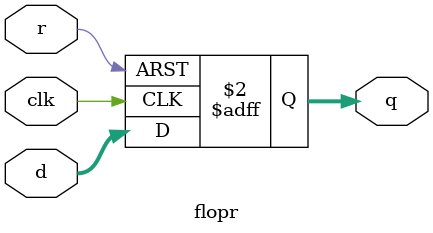
<source format=sv>
module flopr #(parameter WIDTH = 8) 
 (input logic clk, r,
 input logic [WIDTH-1:0] d, 
 output logic [WIDTH-1:0] q);
always_ff @(posedge clk, posedge r) 
 if (r) q <= 0; 
 else q <= d; 
endmodule
</source>
